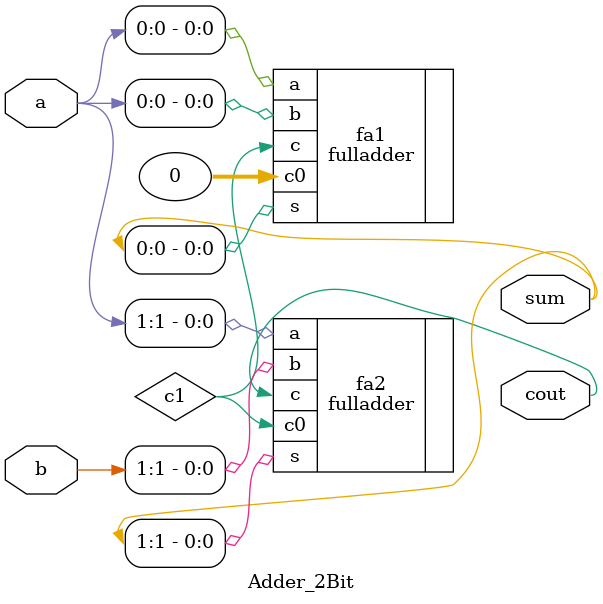
<source format=v>
`timescale 1ns / 1ps


module Adder_2Bit(a, b, sum, cout);
    input [1:0] a, b;
    output [1:0] sum;
    output cout;

    wire c1;

    fulladder fa1(.a(a[0]), .b(a[0]), .c0(0), .s(sum[0]), .c(c1));
    fulladder fa2(.a(a[1]), .b(b[1]), .c0(c1), .s(sum[1]), .c(cout));
    
endmodule
</source>
